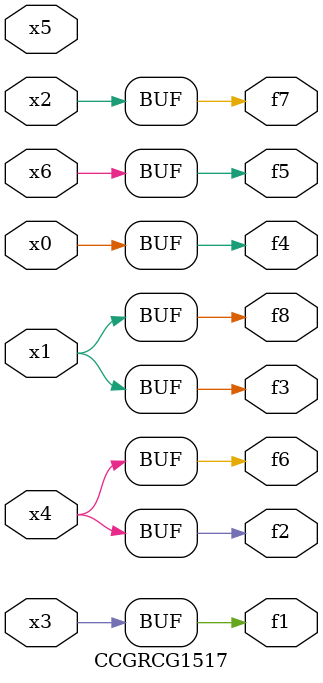
<source format=v>
module CCGRCG1517(
	input x0, x1, x2, x3, x4, x5, x6,
	output f1, f2, f3, f4, f5, f6, f7, f8
);
	assign f1 = x3;
	assign f2 = x4;
	assign f3 = x1;
	assign f4 = x0;
	assign f5 = x6;
	assign f6 = x4;
	assign f7 = x2;
	assign f8 = x1;
endmodule

</source>
